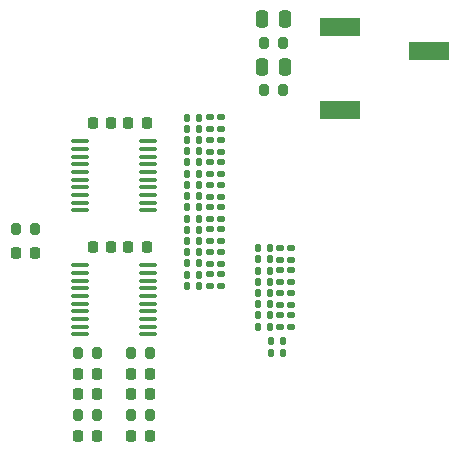
<source format=gbr>
%TF.GenerationSoftware,KiCad,Pcbnew,8.0.3*%
%TF.CreationDate,2025-01-13T10:43:53-08:00*%
%TF.ProjectId,Stereo_VGA,53746572-656f-45f5-9647-412e6b696361,rev?*%
%TF.SameCoordinates,Original*%
%TF.FileFunction,Paste,Top*%
%TF.FilePolarity,Positive*%
%FSLAX46Y46*%
G04 Gerber Fmt 4.6, Leading zero omitted, Abs format (unit mm)*
G04 Created by KiCad (PCBNEW 8.0.3) date 2025-01-13 10:43:53*
%MOMM*%
%LPD*%
G01*
G04 APERTURE LIST*
G04 Aperture macros list*
%AMRoundRect*
0 Rectangle with rounded corners*
0 $1 Rounding radius*
0 $2 $3 $4 $5 $6 $7 $8 $9 X,Y pos of 4 corners*
0 Add a 4 corners polygon primitive as box body*
4,1,4,$2,$3,$4,$5,$6,$7,$8,$9,$2,$3,0*
0 Add four circle primitives for the rounded corners*
1,1,$1+$1,$2,$3*
1,1,$1+$1,$4,$5*
1,1,$1+$1,$6,$7*
1,1,$1+$1,$8,$9*
0 Add four rect primitives between the rounded corners*
20,1,$1+$1,$2,$3,$4,$5,0*
20,1,$1+$1,$4,$5,$6,$7,0*
20,1,$1+$1,$6,$7,$8,$9,0*
20,1,$1+$1,$8,$9,$2,$3,0*%
G04 Aperture macros list end*
%ADD10RoundRect,0.250000X0.250000X0.475000X-0.250000X0.475000X-0.250000X-0.475000X0.250000X-0.475000X0*%
%ADD11RoundRect,0.200000X0.200000X0.275000X-0.200000X0.275000X-0.200000X-0.275000X0.200000X-0.275000X0*%
%ADD12RoundRect,0.135000X0.185000X-0.135000X0.185000X0.135000X-0.185000X0.135000X-0.185000X-0.135000X0*%
%ADD13RoundRect,0.135000X-0.135000X-0.185000X0.135000X-0.185000X0.135000X0.185000X-0.135000X0.185000X0*%
%ADD14R,3.500000X1.500000*%
%ADD15RoundRect,0.225000X0.225000X0.250000X-0.225000X0.250000X-0.225000X-0.250000X0.225000X-0.250000X0*%
%ADD16RoundRect,0.135000X-0.185000X0.135000X-0.185000X-0.135000X0.185000X-0.135000X0.185000X0.135000X0*%
%ADD17RoundRect,0.100000X-0.637500X-0.100000X0.637500X-0.100000X0.637500X0.100000X-0.637500X0.100000X0*%
%ADD18RoundRect,0.225000X-0.225000X-0.250000X0.225000X-0.250000X0.225000X0.250000X-0.225000X0.250000X0*%
%ADD19RoundRect,0.200000X-0.200000X-0.275000X0.200000X-0.275000X0.200000X0.275000X-0.200000X0.275000X0*%
%ADD20RoundRect,0.218750X0.218750X0.256250X-0.218750X0.256250X-0.218750X-0.256250X0.218750X-0.256250X0*%
G04 APERTURE END LIST*
D10*
%TO.C,C13*%
X110950000Y-80250000D03*
X109050000Y-80250000D03*
%TD*%
%TO.C,C12*%
X110950000Y-84250000D03*
X109050000Y-84250000D03*
%TD*%
D11*
%TO.C,R53*%
X99575000Y-108500000D03*
X97925000Y-108500000D03*
%TD*%
D12*
%TO.C,R29*%
X110575000Y-104410000D03*
X110575000Y-103390000D03*
%TD*%
D13*
%TO.C,R22*%
X108665000Y-102475000D03*
X109685000Y-102475000D03*
%TD*%
%TO.C,R49*%
X109790000Y-107500000D03*
X110810000Y-107500000D03*
%TD*%
D14*
%TO.C,J3*%
X115630000Y-80920000D03*
X123130000Y-82920000D03*
X115630000Y-87920000D03*
%TD*%
D12*
%TO.C,R14*%
X105550000Y-93360000D03*
X105550000Y-92340000D03*
%TD*%
%TO.C,R47*%
X104600000Y-102860000D03*
X104600000Y-101840000D03*
%TD*%
D15*
%TO.C,C10*%
X95025000Y-115500000D03*
X93475000Y-115500000D03*
%TD*%
D11*
%TO.C,R56*%
X110825000Y-82250000D03*
X109175000Y-82250000D03*
%TD*%
D13*
%TO.C,R38*%
X102690000Y-99025000D03*
X103710000Y-99025000D03*
%TD*%
%TO.C,R7*%
X102690000Y-92375000D03*
X103710000Y-92375000D03*
%TD*%
D15*
%TO.C,C7*%
X99525000Y-110250000D03*
X97975000Y-110250000D03*
%TD*%
D11*
%TO.C,R52*%
X95075000Y-113750000D03*
X93425000Y-113750000D03*
%TD*%
D16*
%TO.C,R18*%
X111525000Y-99590000D03*
X111525000Y-100610000D03*
%TD*%
D13*
%TO.C,R21*%
X108665000Y-101525000D03*
X109685000Y-101525000D03*
%TD*%
%TO.C,R35*%
X102690000Y-96175000D03*
X103710000Y-96175000D03*
%TD*%
D17*
%TO.C,U2*%
X93637500Y-101075000D03*
X93637500Y-101725000D03*
X93637500Y-102375000D03*
X93637500Y-103025000D03*
X93637500Y-103675000D03*
X93637500Y-104325000D03*
X93637500Y-104975000D03*
X93637500Y-105625000D03*
X93637500Y-106275000D03*
X93637500Y-106925000D03*
X99362500Y-106925000D03*
X99362500Y-106275000D03*
X99362500Y-105625000D03*
X99362500Y-104975000D03*
X99362500Y-104325000D03*
X99362500Y-103675000D03*
X99362500Y-103025000D03*
X99362500Y-102375000D03*
X99362500Y-101725000D03*
X99362500Y-101075000D03*
%TD*%
D12*
%TO.C,R31*%
X110575000Y-106310000D03*
X110575000Y-105290000D03*
%TD*%
%TO.C,R12*%
X105550000Y-91460000D03*
X105550000Y-90440000D03*
%TD*%
D18*
%TO.C,C3*%
X97725000Y-99500000D03*
X99275000Y-99500000D03*
%TD*%
D13*
%TO.C,R41*%
X102690000Y-101875000D03*
X103710000Y-101875000D03*
%TD*%
%TO.C,R23*%
X108665000Y-103425000D03*
X109685000Y-103425000D03*
%TD*%
D11*
%TO.C,R55*%
X110825000Y-86250000D03*
X109175000Y-86250000D03*
%TD*%
D13*
%TO.C,R39*%
X102690000Y-99975000D03*
X103710000Y-99975000D03*
%TD*%
%TO.C,R20*%
X108665000Y-100575000D03*
X109685000Y-100575000D03*
%TD*%
D12*
%TO.C,R44*%
X105550000Y-99060000D03*
X105550000Y-98040000D03*
%TD*%
%TO.C,R46*%
X105550000Y-100960000D03*
X105550000Y-99940000D03*
%TD*%
D13*
%TO.C,R6*%
X102690000Y-91425000D03*
X103710000Y-91425000D03*
%TD*%
%TO.C,R4*%
X102690000Y-89525000D03*
X103710000Y-89525000D03*
%TD*%
D17*
%TO.C,U1*%
X93637500Y-90575000D03*
X93637500Y-91225000D03*
X93637500Y-91875000D03*
X93637500Y-92525000D03*
X93637500Y-93175000D03*
X93637500Y-93825000D03*
X93637500Y-94475000D03*
X93637500Y-95125000D03*
X93637500Y-95775000D03*
X93637500Y-96425000D03*
X99362500Y-96425000D03*
X99362500Y-95775000D03*
X99362500Y-95125000D03*
X99362500Y-94475000D03*
X99362500Y-93825000D03*
X99362500Y-93175000D03*
X99362500Y-92525000D03*
X99362500Y-91875000D03*
X99362500Y-91225000D03*
X99362500Y-90575000D03*
%TD*%
D16*
%TO.C,R34*%
X105550000Y-96140000D03*
X105550000Y-97160000D03*
%TD*%
D13*
%TO.C,R19*%
X108665000Y-99625000D03*
X109685000Y-99625000D03*
%TD*%
D12*
%TO.C,R11*%
X104600000Y-91460000D03*
X104600000Y-90440000D03*
%TD*%
D13*
%TO.C,R25*%
X108665000Y-105325000D03*
X109685000Y-105325000D03*
%TD*%
D15*
%TO.C,C9*%
X99525000Y-112000000D03*
X97975000Y-112000000D03*
%TD*%
D19*
%TO.C,R51*%
X93425000Y-108500000D03*
X95075000Y-108500000D03*
%TD*%
D12*
%TO.C,R27*%
X110575000Y-102510000D03*
X110575000Y-101490000D03*
%TD*%
D13*
%TO.C,R8*%
X102690000Y-93325000D03*
X103710000Y-93325000D03*
%TD*%
%TO.C,R5*%
X102690000Y-90475000D03*
X103710000Y-90475000D03*
%TD*%
D12*
%TO.C,R16*%
X105550000Y-95260000D03*
X105550000Y-94240000D03*
%TD*%
%TO.C,R15*%
X104600000Y-95260000D03*
X104600000Y-94240000D03*
%TD*%
D13*
%TO.C,R50*%
X109790000Y-108500000D03*
X110810000Y-108500000D03*
%TD*%
D18*
%TO.C,C1*%
X97725000Y-89000000D03*
X99275000Y-89000000D03*
%TD*%
%TO.C,C8*%
X93475000Y-112000000D03*
X95025000Y-112000000D03*
%TD*%
D12*
%TO.C,R43*%
X104600000Y-99060000D03*
X104600000Y-98040000D03*
%TD*%
D16*
%TO.C,R17*%
X110575000Y-99590000D03*
X110575000Y-100610000D03*
%TD*%
%TO.C,R1*%
X104600000Y-88540000D03*
X104600000Y-89560000D03*
%TD*%
D20*
%TO.C,D1*%
X89787500Y-100000000D03*
X88212500Y-100000000D03*
%TD*%
D12*
%TO.C,R28*%
X111525000Y-102510000D03*
X111525000Y-101490000D03*
%TD*%
D18*
%TO.C,C11*%
X97975000Y-115500000D03*
X99525000Y-115500000D03*
%TD*%
D13*
%TO.C,R24*%
X108665000Y-104375000D03*
X109685000Y-104375000D03*
%TD*%
D16*
%TO.C,R2*%
X105550000Y-88540000D03*
X105550000Y-89560000D03*
%TD*%
D15*
%TO.C,C2*%
X96275000Y-89000000D03*
X94725000Y-89000000D03*
%TD*%
D13*
%TO.C,R37*%
X102690000Y-98075000D03*
X103710000Y-98075000D03*
%TD*%
D16*
%TO.C,R33*%
X104600000Y-96140000D03*
X104600000Y-97160000D03*
%TD*%
D13*
%TO.C,R9*%
X102690000Y-94275000D03*
X103710000Y-94275000D03*
%TD*%
D15*
%TO.C,C4*%
X96275000Y-99500000D03*
X94725000Y-99500000D03*
%TD*%
D13*
%TO.C,R36*%
X102690000Y-97125000D03*
X103710000Y-97125000D03*
%TD*%
D12*
%TO.C,R13*%
X104600000Y-93360000D03*
X104600000Y-92340000D03*
%TD*%
D18*
%TO.C,C6*%
X93475000Y-110250000D03*
X95025000Y-110250000D03*
%TD*%
D13*
%TO.C,R40*%
X102690000Y-100925000D03*
X103710000Y-100925000D03*
%TD*%
%TO.C,R42*%
X102690000Y-102825000D03*
X103710000Y-102825000D03*
%TD*%
D12*
%TO.C,R45*%
X104600000Y-100960000D03*
X104600000Y-99940000D03*
%TD*%
%TO.C,R32*%
X111525000Y-106310000D03*
X111525000Y-105290000D03*
%TD*%
D13*
%TO.C,R26*%
X108665000Y-106275000D03*
X109685000Y-106275000D03*
%TD*%
D12*
%TO.C,R48*%
X105550000Y-102860000D03*
X105550000Y-101840000D03*
%TD*%
D13*
%TO.C,R3*%
X102690000Y-88575000D03*
X103710000Y-88575000D03*
%TD*%
D12*
%TO.C,R30*%
X111525000Y-104410000D03*
X111525000Y-103390000D03*
%TD*%
D19*
%TO.C,R57*%
X88175000Y-98000000D03*
X89825000Y-98000000D03*
%TD*%
%TO.C,R54*%
X97925000Y-113750000D03*
X99575000Y-113750000D03*
%TD*%
D13*
%TO.C,R10*%
X102690000Y-95225000D03*
X103710000Y-95225000D03*
%TD*%
M02*

</source>
